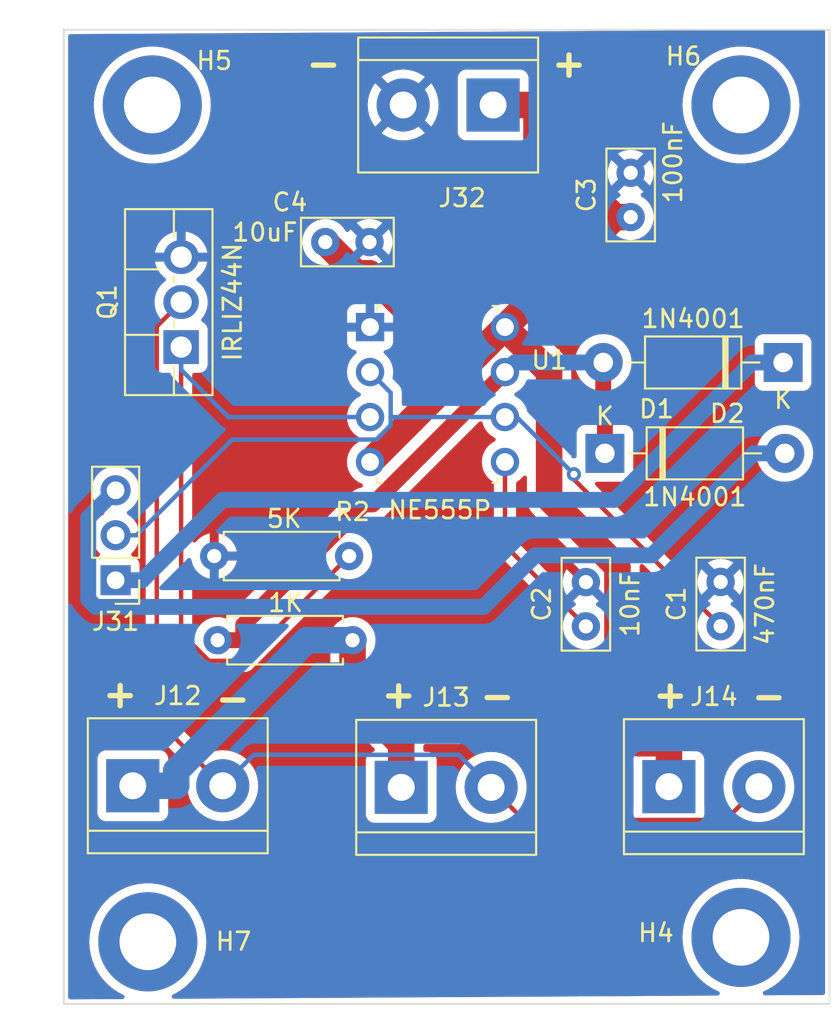
<source format=kicad_pcb>
(kicad_pcb (version 20240108) (generator "pcbnew") (generator_version "8.0")
  (layers (0 "F.Cu" signal) (31 "B.Cu" signal) (34 "B.Paste" user) (35 "F.Paste" user) (36 "B.SilkS" user "B.Silkscreen") (37 "F.SilkS" user "F.Silkscreen") (38 "B.Mask" user) (39 "F.Mask" user) (44 "Edge.Cuts" user))
  (net 0 "")
  (net 1 "Net-(J31-Pin_2)")
  (net 2 "GND")
  (net 3 "Net-(U1-CONT)")
  (net 4 "Net-(D1-K)")
  (net 5 "Net-(D1-A)")
  (net 6 "Net-(D2-A)")
  (net 7 "+9V")
  (net 8 "Net-(Q1-G)")
  (net 9 "Net-(J12-Pin_2)")
  (footprint "Resistor_THT:R_Axial_DIN0207_L6.3mm_D2.5mm_P7.62mm_Horizontal" (layer "F.Cu") (at 73.62 54.72 180)
    (property "Reference" "R2" (at -0.19 2.5 0) (layer "F.SilkS"))
    (property "Value" "5K" (at 3.67 2.11 0) (layer "F.SilkS"))
    (fp_line (start 7.08 1.37) (end 7.08 1.04) (stroke (width 0.12)) (layer "F.SilkS"))
    (fp_line (start 7.08 -1.37) (end 7.08 -1.04) (stroke (width 0.12)) (layer "F.SilkS"))
    (fp_line (start 0.54 1.37) (end 7.08 1.37) (stroke (width 0.12)) (layer "F.SilkS"))
    (fp_line (start 0.54 1.04) (end 0.54 1.37) (stroke (width 0.12)) (layer "F.SilkS"))
    (fp_line (start 0.54 -1.04) (end 0.54 -1.37) (stroke (width 0.12)) (layer "F.SilkS"))
    (fp_line (start 0.54 -1.37) (end 7.08 -1.37) (stroke (width 0.12)) (layer "F.SilkS"))
    (pad "1" thru_hole circle (at 0 0 180) (size 1.6 1.6) (drill 0.8) (layers "*.Cu" "*.Mask") (net 8 "Net-(Q1-G)"))
    (pad "2" thru_hole oval (at 7.62 0 180) (size 1.6 1.6) (drill 0.8) (layers "*.Cu" "*.Mask") (net 2 "GND"))
  )
  (footprint "MountingHole:MountingHole_3.2mm_M3_DIN965_Pad_TopBottom" (layer "F.Cu") (at 95.75 76.25)
    (property "Reference" "H4" (at -4.8 -0.25 0) (layer "F.SilkS"))
    (property "Value" "MountingHole")
    (pad "1" thru_hole circle (at 0 0) (size 3.6 3.6) (drill 3.2) (layers "*.Cu" "*.Mask"))
    (pad "1" connect circle (at 0 0) (size 5.6 5.6) (layers "F.Cu" "F.Mask"))
    (pad "1" connect circle (at 0 0) (size 5.6 5.6) (layers "B.Cu" "B.Mask"))
  )
  (footprint "Resistor_THT:R_Axial_DIN0207_L6.3mm_D2.5mm_P7.62mm_Horizontal" (layer "F.Cu") (at 73.81 59.47 180)
    (property "Reference" "R1" (hide yes))
    (property "Value" "1K" (at 3.78 2.11 180) (layer "F.SilkS"))
    (fp_line (start 7.08 1.37) (end 7.08 1.04) (stroke (width 0.12)) (layer "F.SilkS"))
    (fp_line (start 7.08 -1.37) (end 7.08 -1.04) (stroke (width 0.12)) (layer "F.SilkS"))
    (fp_line (start 0.54 1.37) (end 7.08 1.37) (stroke (width 0.12)) (layer "F.SilkS"))
    (fp_line (start 0.54 1.04) (end 0.54 1.37) (stroke (width 0.12)) (layer "F.SilkS"))
    (fp_line (start 0.54 -1.04) (end 0.54 -1.37) (stroke (width 0.12)) (layer "F.SilkS"))
    (fp_line (start 0.54 -1.37) (end 7.08 -1.37) (stroke (width 0.12)) (layer "F.SilkS"))
    (pad "1" thru_hole circle (at 0 0 180) (size 1.6 1.6) (drill 0.8) (layers "*.Cu" "*.Mask") (net 7 "+9V"))
    (pad "2" thru_hole oval (at 7.62 0 180) (size 1.6 1.6) (drill 0.8) (layers "*.Cu" "*.Mask") (net 5 "Net-(D1-A)"))
  )
  (footprint "Diode_THT:D_DO-41_SOD81_P10.16mm_Horizontal" (layer "F.Cu") (at 98.13 43.79 180)
    (property "Reference" "D1" (at 7.155 -2.63 0) (layer "F.SilkS"))
    (property "Value" "1N4001" (at 5.08 2.47 0) (layer "F.SilkS"))
    (fp_line (start 8.82 0) (end 7.8 0) (stroke (width 0.12)) (layer "F.SilkS"))
    (fp_line (start 7.8 1.47) (end 7.8 -1.47) (stroke (width 0.12)) (layer "F.SilkS"))
    (fp_line (start 7.8 -1.47) (end 2.36 -1.47) (stroke (width 0.12)) (layer "F.SilkS"))
    (fp_line (start 3.38 -1.47) (end 3.38 1.47) (stroke (width 0.12)) (layer "F.SilkS"))
    (fp_line (start 3.26 -1.47) (end 3.26 1.47) (stroke (width 0.12)) (layer "F.SilkS"))
    (fp_line (start 3.14 -1.47) (end 3.14 1.47) (stroke (width 0.12)) (layer "F.SilkS"))
    (fp_line (start 2.36 1.47) (end 7.8 1.47) (stroke (width 0.12)) (layer "F.SilkS"))
    (fp_line (start 2.36 -1.47) (end 2.36 1.47) (stroke (width 0.12)) (layer "F.SilkS"))
    (fp_line (start 1.34 0) (end 2.36 0) (stroke (width 0.12)) (layer "F.SilkS"))
    (fp_text user "K" (at 0 -2.1 0) (layer "F.SilkS"))
    (pad "1" thru_hole rect (at 0 0 180) (size 2.2 2.2) (drill 1.1) (layers "*.Cu" "*.Mask") (net 4 "Net-(D1-K)"))
    (pad "2" thru_hole oval (at 10.16 0 180) (size 2.2 2.2) (drill 1.1) (layers "*.Cu" "*.Mask") (net 5 "Net-(D1-A)"))
  )
  (footprint "TerminalBlock:TerminalBlock_bornier-2_P5.08mm" (layer "F.Cu") (at 81.75 29.25 180)
    (property "Reference" "J32" (at 1.75 -5.25 0) (layer "F.SilkS"))
    (property "Value" "Screw_Terminal_01x02")
    (fp_line (start 7.62 3.81) (end 7.62 -3.81) (stroke (width 0.12)) (layer "F.SilkS"))
    (fp_line (start 7.62 2.54) (end -2.54 2.54) (stroke (width 0.12)) (layer "F.SilkS"))
    (fp_line (start 7.62 -3.81) (end -2.54 -3.81) (stroke (width 0.12)) (layer "F.SilkS"))
    (fp_line (start -2.54 3.81) (end 7.62 3.81) (stroke (width 0.12)) (layer "F.SilkS"))
    (fp_line (start -2.54 -3.81) (end -2.54 3.81) (stroke (width 0.12)) (layer "F.SilkS"))
    (pad "1" thru_hole rect (at 0 0 180) (size 3 3) (drill 1.52) (layers "*.Cu" "*.Mask") (net 7 "+9V"))
    (pad "2" thru_hole circle (at 5.08 0 180) (size 3 3) (drill 1.52) (layers "*.Cu" "*.Mask") (net 2 "GND"))
  )
  (footprint "MountingHole:MountingHole_3.2mm_M3_DIN965_Pad_TopBottom" (layer "F.Cu") (at 62.5 29.25)
    (property "Reference" "H5" (at 3.5 -2.5 0) (layer "F.SilkS"))
    (property "Value" "MountingHole")
    (pad "1" thru_hole circle (at 0 0) (size 3.6 3.6) (drill 3.2) (layers "*.Cu" "*.Mask"))
    (pad "1" connect circle (at 0 0) (size 5.6 5.6) (layers "F.Cu" "F.Mask"))
    (pad "1" connect circle (at 0 0) (size 5.6 5.6) (layers "B.Cu" "B.Mask"))
  )
  (footprint "Connector_PinHeader_2.54mm:PinHeader_1x03_P2.54mm_Vertical" (layer "F.Cu") (at 60.43 56.085 180)
    (property "Reference" "J31" (at 0 -2.33 0) (layer "F.SilkS"))
    (property "Value" "Backlighting POT")
    (fp_line (start 1.33 1.27) (end 1.33 6.41) (stroke (width 0.12)) (layer "F.SilkS"))
    (fp_line (start -1.33 6.41) (end 1.33 6.41) (stroke (width 0.12)) (layer "F.SilkS"))
    (fp_line (start -1.33 1.27) (end 1.33 1.27) (stroke (width 0.12)) (layer "F.SilkS"))
    (fp_line (start -1.33 1.27) (end -1.33 6.41) (stroke (width 0.12)) (layer "F.SilkS"))
    (fp_line (start -1.33 0) (end -1.33 -1.33) (stroke (width 0.12)) (layer "F.SilkS"))
    (fp_line (start -1.33 -1.33) (end 0 -1.33) (stroke (width 0.12)) (layer "F.SilkS"))
    (pad "1" thru_hole rect (at 0 0 180) (size 1.7 1.7) (drill 1) (layers "*.Cu" "*.Mask") (net 4 "Net-(D1-K)"))
    (pad "2" thru_hole oval (at 0 2.54 180) (size 1.7 1.7) (drill 1) (layers "*.Cu" "*.Mask") (net 1 "Net-(J31-Pin_2)"))
    (pad "3" thru_hole oval (at 0 5.08 180) (size 1.7 1.7) (drill 1) (layers "*.Cu" "*.Mask") (net 6 "Net-(D2-A)"))
  )
  (footprint "Diode_THT:D_DO-41_SOD81_P10.16mm_Horizontal" (layer "F.Cu") (at 88.065 48.92)
    (property "Reference" "D2" (at 6.91 -2.25 0) (layer "F.SilkS"))
    (property "Value" "1N4001" (at 5.08 2.47 0) (layer "F.SilkS"))
    (fp_line (start 1.34 0) (end 2.36 0) (stroke (width 0.12)) (layer "F.SilkS"))
    (fp_line (start 2.36 -1.47) (end 2.36 1.47) (stroke (width 0.12)) (layer "F.SilkS"))
    (fp_line (start 2.36 1.47) (end 7.8 1.47) (stroke (width 0.12)) (layer "F.SilkS"))
    (fp_line (start 3.14 -1.47) (end 3.14 1.47) (stroke (width 0.12)) (layer "F.SilkS"))
    (fp_line (start 3.26 -1.47) (end 3.26 1.47) (stroke (width 0.12)) (layer "F.SilkS"))
    (fp_line (start 3.38 -1.47) (end 3.38 1.47) (stroke (width 0.12)) (layer "F.SilkS"))
    (fp_line (start 7.8 -1.47) (end 2.36 -1.47) (stroke (width 0.12)) (layer "F.SilkS"))
    (fp_line (start 7.8 1.47) (end 7.8 -1.47) (stroke (width 0.12)) (layer "F.SilkS"))
    (fp_line (start 8.82 0) (end 7.8 0) (stroke (width 0.12)) (layer "F.SilkS"))
    (fp_text user "K" (at 0 -2.1 0) (layer "F.SilkS"))
    (pad "1" thru_hole rect (at 0 0) (size 2.2 2.2) (drill 1.1) (layers "*.Cu" "*.Mask") (net 5 "Net-(D1-A)"))
    (pad "2" thru_hole oval (at 10.16 0) (size 2.2 2.2) (drill 1.1) (layers "*.Cu" "*.Mask") (net 6 "Net-(D2-A)"))
  )
  (footprint "Capacitor_THT:C_Disc_D5.0mm_W2.5mm_P2.50mm" (layer "F.Cu") (at 89.52 35.58 90)
    (property "Reference" "C3" (at 1.25 -2.5 90) (layer "F.SilkS"))
    (property "Value" "100nF" (at 3.1 2.39 90) (layer "F.SilkS"))
    (fp_line (start 3.87 -1.37) (end 3.87 1.37) (stroke (width 0.12)) (layer "F.SilkS"))
    (fp_line (start -1.37 -1.37) (end 3.87 -1.37) (stroke (width 0.12)) (layer "F.SilkS"))
    (fp_line (start -1.37 -1.37) (end -1.37 1.37) (stroke (width 0.12)) (layer "F.SilkS"))
    (fp_line (start -1.37 1.37) (end 3.87 1.37) (stroke (width 0.12)) (layer "F.SilkS"))
    (pad "1" thru_hole circle (at 0 0 90) (size 1.6 1.6) (drill 0.8) (layers "*.Cu" "*.Mask") (net 7 "+9V"))
    (pad "2" thru_hole circle (at 2.5 0 90) (size 1.6 1.6) (drill 0.8) (layers "*.Cu" "*.Mask") (net 2 "GND"))
  )
  (footprint "MountingHole:MountingHole_3.2mm_M3_DIN965_Pad_TopBottom" (layer "F.Cu") (at 95.75 29.25)
    (property "Reference" "H6" (at -3.25 -2.75 0) (layer "F.SilkS"))
    (property "Value" "MountingHole")
    (pad "1" thru_hole circle (at 0 0) (size 3.6 3.6) (drill 3.2) (layers "*.Cu" "*.Mask"))
    (pad "1" connect circle (at 0 0) (size 5.6 5.6) (layers "F.Cu" "F.Mask"))
    (pad "1" connect circle (at 0 0) (size 5.6 5.6) (layers "B.Cu" "B.Mask"))
  )
  (footprint "Capacitor_THT:C_Disc_D5.0mm_W2.5mm_P2.50mm" (layer "F.Cu") (at 72.27 36.99)
    (property "Reference" "C4" (at -2 -2.25 0) (layer "F.SilkS"))
    (property "Value" "10uF" (at -3.41 -0.55 0) (layer "F.SilkS"))
    (fp_line (start -1.37 -1.37) (end -1.37 1.37) (stroke (width 0.12)) (layer "F.SilkS"))
    (fp_line (start -1.37 -1.37) (end 3.87 -1.37) (stroke (width 0.12)) (layer "F.SilkS"))
    (fp_line (start -1.37 1.37) (end 3.87 1.37) (stroke (width 0.12)) (layer "F.SilkS"))
    (fp_line (start 3.87 -1.37) (end 3.87 1.37) (stroke (width 0.12)) (layer "F.SilkS"))
    (pad "1" thru_hole circle (at 0 0) (size 1.6 1.6) (drill 0.8) (layers "*.Cu" "*.Mask") (net 7 "+9V"))
    (pad "2" thru_hole circle (at 2.5 0) (size 1.6 1.6) (drill 0.8) (layers "*.Cu" "*.Mask") (net 2 "GND"))
  )
  (footprint "TerminalBlock:TerminalBlock_bornier-2_P5.08mm" (layer "F.Cu") (at 76.56 67.78)
    (property "Reference" "J13" (at 2.54 -5.08 0) (layer "F.SilkS"))
    (property "Value" "BOARD_CONN")
    (fp_line (start -2.54 -3.81) (end -2.54 3.81) (stroke (width 0.12)) (layer "F.SilkS"))
    (fp_line (start -2.54 3.81) (end 7.62 3.81) (stroke (width 0.12)) (layer "F.SilkS"))
    (fp_line (start 7.62 -3.81) (end -2.54 -3.81) (stroke (width 0.12)) (layer "F.SilkS"))
    (fp_line (start 7.62 2.54) (end -2.54 2.54) (stroke (width 0.12)) (layer "F.SilkS"))
    (fp_line (start 7.62 3.81) (end 7.62 -3.81) (stroke (width 0.12)) (layer "F.SilkS"))
    (pad "1" thru_hole rect (at 0 0) (size 3 3) (drill 1.52) (layers "*.Cu" "*.Mask") (net 7 "+9V"))
    (pad "2" thru_hole circle (at 5.08 0) (size 3 3) (drill 1.52) (layers "*.Cu" "*.Mask") (net 9 "Net-(J12-Pin_2)"))
  )
  (footprint "Capacitor_THT:C_Disc_D5.0mm_W2.5mm_P2.50mm" (layer "F.Cu") (at 94.6 58.68 90)
    (property "Reference" "C1" (at 1.25 -2.5 90) (layer "F.SilkS"))
    (property "Value" "470nF" (at 1.25 2.5 90) (layer "F.SilkS"))
    (fp_line (start 3.87 -1.37) (end 3.87 1.37) (stroke (width 0.12)) (layer "F.SilkS"))
    (fp_line (start -1.37 -1.37) (end 3.87 -1.37) (stroke (width 0.12)) (layer "F.SilkS"))
    (fp_line (start -1.37 -1.37) (end -1.37 1.37) (stroke (width 0.12)) (layer "F.SilkS"))
    (fp_line (start -1.37 1.37) (end 3.87 1.37) (stroke (width 0.12)) (layer "F.SilkS"))
    (pad "1" thru_hole circle (at 0 0 90) (size 1.6 1.6) (drill 0.8) (layers "*.Cu" "*.Mask") (net 1 "Net-(J31-Pin_2)"))
    (pad "2" thru_hole circle (at 2.5 0 90) (size 1.6 1.6) (drill 0.8) (layers "*.Cu" "*.Mask") (net 2 "GND"))
  )
  (footprint "Package_TO_SOT_THT:TO-220F-3_Vertical" (layer "F.Cu") (at 64.13 42.92 90)
    (property "Reference" "Q1" (at 2.54 -4.1675 90) (layer "F.SilkS"))
    (property "Value" "IRLIZ44N" (at 2.54 2.9025 90) (layer "F.SilkS"))
    (fp_line (start 7.79 -3.168) (end 7.79 1.773) (stroke (width 0.12)) (layer "F.SilkS"))
    (fp_line (start 4.391 -3.168) (end 4.391 -1.15) (stroke (width 0.12)) (layer "F.SilkS"))
    (fp_line (start 0.69 -3.168) (end 0.69 -1.15) (stroke (width 0.12)) (layer "F.SilkS"))
    (fp_line (start -2.71 -3.168) (end 7.79 -3.168) (stroke (width 0.12)) (layer "F.SilkS"))
    (fp_line (start -2.71 -3.168) (end -2.71 1.773) (stroke (width 0.12)) (layer "F.SilkS"))
    (fp_line (start 6.183 -0.408) (end 7.79 -0.408) (stroke (width 0.12)) (layer "F.SilkS"))
    (fp_line (start 3.643 -0.408) (end 3.978 -0.408) (stroke (width 0.12)) (layer "F.SilkS"))
    (fp_line (start 1.103 -0.408) (end 1.438 -0.408) (stroke (width 0.12)) (layer "F.SilkS"))
    (fp_line (start -2.71 -0.408) (end -1.103 -0.408) (stroke (width 0.12)) (layer "F.SilkS"))
    (fp_line (start -2.71 1.773) (end 7.79 1.773) (stroke (width 0.12)) (layer "F.SilkS"))
    (pad "1" thru_hole rect (at 0 0 90) (size 1.905 2) (drill 1.2) (layers "*.Cu" "*.Mask") (net 8 "Net-(Q1-G)"))
    (pad "2" thru_hole oval (at 2.54 0 90) (size 1.905 2) (drill 1.2) (layers "*.Cu" "*.Mask") (net 9 "Net-(J12-Pin_2)"))
    (pad "3" thru_hole oval (at 5.08 0 90) (size 1.905 2) (drill 1.2) (layers "*.Cu" "*.Mask") (net 2 "GND"))
  )
  (footprint "MountingHole:MountingHole_3.2mm_M3_DIN965_Pad_TopBottom" (layer "F.Cu") (at 62.25 76.5)
    (property "Reference" "H7" (at 4.84 -0.02 0) (layer "F.SilkS"))
    (property "Value" "MountingHole")
    (pad "1" thru_hole circle (at 0 0) (size 3.6 3.6) (drill 3.2) (layers "*.Cu" "*.Mask"))
    (pad "1" connect circle (at 0 0) (size 5.6 5.6) (layers "F.Cu" "F.Mask"))
    (pad "1" connect circle (at 0 0) (size 5.6 5.6) (layers "B.Cu" "B.Mask"))
  )
  (footprint "TerminalBlock:TerminalBlock_bornier-2_P5.08mm" (layer "F.Cu") (at 91.68 67.74)
    (property "Reference" "J14" (at 2.54 -5.08 0) (layer "F.SilkS"))
    (property "Value" "BOARD_CONN")
    (fp_line (start -2.54 -3.81) (end -2.54 3.81) (stroke (width 0.12)) (layer "F.SilkS"))
    (fp_line (start -2.54 3.81) (end 7.62 3.81) (stroke (width 0.12)) (layer "F.SilkS"))
    (fp_line (start 7.62 -3.81) (end -2.54 -3.81) (stroke (width 0.12)) (layer "F.SilkS"))
    (fp_line (start 7.62 2.54) (end -2.54 2.54) (stroke (width 0.12)) (layer "F.SilkS"))
    (fp_line (start 7.62 3.81) (end 7.62 -3.81) (stroke (width 0.12)) (layer "F.SilkS"))
    (pad "1" thru_hole rect (at 0 0) (size 3 3) (drill 1.52) (layers "*.Cu" "*.Mask") (net 7 "+9V"))
    (pad "2" thru_hole circle (at 5.08 0) (size 3 3) (drill 1.52) (layers "*.Cu" "*.Mask") (net 9 "Net-(J12-Pin_2)"))
  )
  (footprint "Capacitor_THT:C_Disc_D5.0mm_W2.5mm_P2.50mm" (layer "F.Cu") (at 86.99 58.69 90)
    (property "Reference" "C2" (at 1.25 -2.5 90) (layer "F.SilkS"))
    (property "Value" "10nF" (at 1.25 2.5 90) (layer "F.SilkS"))
    (fp_line (start 3.87 -1.37) (end 3.87 1.37) (stroke (width 0.12)) (layer "F.SilkS"))
    (fp_line (start -1.37 -1.37) (end 3.87 -1.37) (stroke (width 0.12)) (layer "F.SilkS"))
    (fp_line (start -1.37 -1.37) (end -1.37 1.37) (stroke (width 0.12)) (layer "F.SilkS"))
    (fp_line (start -1.37 1.37) (end 3.87 1.37) (stroke (width 0.12)) (layer "F.SilkS"))
    (pad "1" thru_hole circle (at 0 0 90) (size 1.6 1.6) (drill 0.8) (layers "*.Cu" "*.Mask") (net 3 "Net-(U1-CONT)"))
    (pad "2" thru_hole circle (at 2.5 0 90) (size 1.6 1.6) (drill 0.8) (layers "*.Cu" "*.Mask") (net 2 "GND"))
  )
  (footprint "digikey-footprints:DIP-8_W7.62mm" (layer "F.Cu") (at 74.8 41.79)
    (property "Reference" "U1" (at 10.12 1.87 0) (layer "F.SilkS"))
    (property "Value" "NE555P" (at 3.94 10.33 0) (layer "F.SilkS"))
    (fp_line (start 0.4 -1.2) (end 0.7 -1.2) (stroke (width 0.1)) (layer "F.SilkS"))
    (fp_line (start 0.4 -0.9) (end 0.4 -1.2) (stroke (width 0.1)) (layer "F.SilkS"))
    (fp_line (start 0.4 8.5) (end 0.4 8.8) (stroke (width 0.1)) (layer "F.SilkS"))
    (fp_line (start 0.4 8.8) (end 0.7 8.8) (stroke (width 0.1)) (layer "F.SilkS"))
    (fp_line (start 7.2 -1.2) (end 6.9 -1.2) (stroke (width 0.1)) (layer "F.SilkS"))
    (fp_line (start 7.2 -0.9) (end 7.2 -1.2) (stroke (width 0.1)) (layer "F.SilkS"))
    (fp_line (start 7.2 8.5) (end 7.2 8.8) (stroke (width 0.1)) (layer "F.SilkS"))
    (fp_line (start 7.2 8.8) (end 6.9 8.8) (stroke (width 0.1)) (layer "F.SilkS"))
    (pad "1" thru_hole rect (at 0 0) (size 1.6 1.6) (drill 1) (layers "*.Cu" "*.Mask") (net 2 "GND"))
    (pad "2" thru_hole circle (at 0 2.54) (size 1.6 1.6) (drill 1) (layers "*.Cu" "*.Mask") (net 1 "Net-(J31-Pin_2)"))
    (pad "3" thru_hole circle (at 0 5.08) (size 1.6 1.6) (drill 1) (layers "*.Cu" "*.Mask") (net 8 "Net-(Q1-G)"))
    (pad "4" thru_hole circle (at 0 7.62) (size 1.6 1.6) (drill 1) (layers "*.Cu" "*.Mask") (net 7 "+9V"))
    (pad "5" thru_hole circle (at 7.62 7.62) (size 1.6 1.6) (drill 1) (layers "*.Cu" "*.Mask") (net 3 "Net-(U1-CONT)"))
    (pad "6" thru_hole circle (at 7.62 5.08) (size 1.6 1.6) (drill 1) (layers "*.Cu" "*.Mask") (net 1 "Net-(J31-Pin_2)"))
    (pad "7" thru_hole circle (at 7.62 2.54) (size 1.6 1.6) (drill 1) (layers "*.Cu" "*.Mask") (net 5 "Net-(D1-A)"))
    (pad "8" thru_hole circle (at 7.62 0) (size 1.6 1.6) (drill 1) (layers "*.Cu" "*.Mask") (net 7 "+9V"))
  )
  (footprint "TerminalBlock:TerminalBlock_bornier-2_P5.08mm" (layer "F.Cu") (at 61.4 67.69)
    (property "Reference" "J12" (at 2.54 -5.08 0) (layer "F.SilkS"))
    (property "Value" "BOARD_CONN")
    (fp_line (start -2.54 -3.81) (end -2.54 3.81) (stroke (width 0.12)) (layer "F.SilkS"))
    (fp_line (start -2.54 3.81) (end 7.62 3.81) (stroke (width 0.12)) (layer "F.SilkS"))
    (fp_line (start 7.62 -3.81) (end -2.54 -3.81) (stroke (width 0.12)) (layer "F.SilkS"))
    (fp_line (start 7.62 2.54) (end -2.54 2.54) (stroke (width 0.12)) (layer "F.SilkS"))
    (fp_line (start 7.62 3.81) (end 7.62 -3.81) (stroke (width 0.12)) (layer "F.SilkS"))
    (pad "1" thru_hole rect (at 0 0) (size 3 3) (drill 1.52) (layers "*.Cu" "*.Mask") (net 7 "+9V"))
    (pad "2" thru_hole circle (at 5.08 0) (size 3 3) (drill 1.52) (layers "*.Cu" "*.Mask") (net 9 "Net-(J12-Pin_2)"))
  )
  (gr_rect (start 57.5 25) (end 100.75 80) (stroke (width 0.1)) (fill none) (layer "Edge.Cuts"))
  (gr_text "+" (at 84.91 27.77 0) (layer "F.SilkS") (effects (font (size 1.5 1.5) (thickness 0.3) (bold yes)) (justify left bottom)))
  (gr_text "-" (at 71.04 27.77 0) (layer "F.SilkS") (effects (font (size 1.5 1.5) (thickness 0.3) (bold yes)) (justify left bottom)))
  (gr_text "-" (at 65.92 63.62 0) (layer "F.SilkS") (effects (font (size 1.5 1.5) (thickness 0.3) (bold yes)) (justify left bottom)))
  (gr_text "+" (at 75.29 63.39 0) (layer "F.SilkS") (effects (font (size 1.5 1.5) (thickness 0.3) (bold yes)) (justify left bottom)))
  (gr_text "-" (at 80.86 63.48 0) (layer "F.SilkS") (effects (font (size 1.5 1.5) (thickness 0.3) (bold yes)) (justify left bottom)))
  (gr_text "+" (at 59.56 63.37 0) (layer "F.SilkS") (effects (font (size 1.5 1.5) (thickness 0.3) (bold yes)) (justify left bottom)))
  (gr_text "-" (at 96.2 63.49 0) (layer "F.SilkS") (effects (font (size 1.5 1.5) (thickness 0.3) (bold yes)) (justify left bottom)))
  (gr_text "+" (at 90.63 63.4 0) (layer "F.SilkS") (effects (font (size 1.5 1.5) (thickness 0.3) (bold yes)) (justify left bottom)))
  (segment (start 86.3138 50.3938) (end 94.6 58.68) (width 0.25) (layer "F.Cu") (net 1))
  (segment (start 86.3138 50.1016) (end 86.3138 50.3938) (width 0.25) (layer "F.Cu") (net 1))
  (via (at 86.3138 50.1016) (size 0.8) (drill 0.4) (layers "F.Cu" "B.Cu") (net 1))
  (segment (start 60.43 53.545) (end 61.6067 53.545) (width 0.25) (layer "B.Cu") (net 1))
  (segment (start 67.0117 48.14) (end 61.6067 53.545) (width 0.25) (layer "B.Cu") (net 1))
  (segment (start 82.42 46.87) (end 83.0822 46.87) (width 0.25) (layer "B.Cu") (net 1))
  (segment (start 75.9649 46.87) (end 75.9649 47.3334) (width 0.25) (layer "B.Cu") (net 1))
  (segment (start 75.9649 47.3334) (end 75.1583 48.14) (width 0.25) (layer "B.Cu") (net 1))
  (segment (start 83.0822 46.87) (end 86.3138 50.1016) (width 0.25) (layer "B.Cu") (net 1))
  (segment (start 75.9649 45.4949) (end 75.9649 46.87) (width 0.25) (layer "B.Cu") (net 1))
  (segment (start 75.1583 48.14) (end 67.0117 48.14) (width 0.25) (layer "B.Cu") (net 1))
  (segment (start 74.8 44.33) (end 75.9649 45.4949) (width 0.25) (layer "B.Cu") (net 1))
  (segment (start 75.9649 46.87) (end 82.42 46.87) (width 0.25) (layer "B.Cu") (net 1))
  (segment (start 82.42 49.41) (end 82.42 54.12) (width 0.25) (layer "F.Cu") (net 3))
  (segment (start 82.42 54.12) (end 86.99 58.69) (width 0.25) (layer "F.Cu") (net 3))
  (segment (start 88.6215 51.5468) (end 66.4699 51.5468) (width 0.9) (layer "B.Cu") (net 4))
  (segment (start 60.43 56.085) (end 61.9317 56.085) (width 0.9) (layer "B.Cu") (net 4))
  (segment (start 66.4699 51.5468) (end 61.9317 56.085) (width 0.9) (layer "B.Cu") (net 4))
  (segment (start 96.3783 43.79) (end 88.6215 51.5468) (width 0.9) (layer "B.Cu") (net 4))
  (segment (start 98.13 43.79) (end 96.3783 43.79) (width 0.9) (layer "B.Cu") (net 4))
  (segment (start 87.97 45.5417) (end 88.065 45.6367) (width 0.9) (layer "F.Cu") (net 5))
  (segment (start 67.6417 58.608) (end 67.6417 59.47) (width 0.9) (layer "F.Cu") (net 5))
  (segment (start 88.065 45.6367) (end 88.065 48.92) (width 0.9) (layer "F.Cu") (net 5))
  (segment (start 87.97 43.79) (end 87.97 45.5417) (width 0.9) (layer "F.Cu") (net 5))
  (segment (start 74.4483 51.8014) (end 67.6417 58.608) (width 0.9) (layer "F.Cu") (net 5))
  (segment (start 82.42 44.33) (end 74.9486 51.8014) (width 0.9) (layer "F.Cu") (net 5))
  (segment (start 66.19 59.47) (end 67.6417 59.47) (width 0.9) (layer "F.Cu") (net 5))
  (segment (start 74.9486 51.8014) (end 74.4483 51.8014) (width 0.9) (layer "F.Cu") (net 5))
  (segment (start 87.97 43.79) (end 82.96 43.79) (width 0.9) (layer "B.Cu") (net 5))
  (segment (start 82.96 43.79) (end 82.42 44.33) (width 0.9) (layer "B.Cu") (net 5))
  (segment (start 59.312 57.5916) (end 58.8852 57.1648) (width 0.9) (layer "B.Cu") (net 6))
  (segment (start 84.127 54.6772) (end 81.2126 57.5916) (width 0.9) (layer "B.Cu") (net 6))
  (segment (start 96.4733 48.92) (end 90.7161 54.6772) (width 0.9) (layer "B.Cu") (net 6))
  (segment (start 81.2126 57.5916) (end 59.312 57.5916) (width 0.9) (layer "B.Cu") (net 6))
  (segment (start 98.225 48.92) (end 96.4733 48.92) (width 0.9) (layer "B.Cu") (net 6))
  (segment (start 58.8852 57.1648) (end 58.8852 52.5498) (width 0.9) (layer "B.Cu") (net 6))
  (segment (start 58.8852 52.5498) (end 60.43 51.005) (width 0.9) (layer "B.Cu") (net 6))
  (segment (start 90.7161 54.6772) (end 84.127 54.6772) (width 0.9) (layer "B.Cu") (net 6))
  (segment (start 88.7721 64.0773) (end 75.3091 64.0773) (width 1.5) (layer "F.Cu") (net 7))
  (segment (start 75.3091 64.0773) (end 76.56 65.3282) (width 1.5) (layer "F.Cu") (net 7))
  (segment (start 80.4149 43.793) (end 80.1156 44.0923) (width 1.5) (layer "F.Cu") (net 7))
  (segment (start 74.7769 38.7537) (end 80.1156 44.0923) (width 1.5) (layer "F.Cu") (net 7))
  (segment (start 76.56 67.78) (end 76.56 65.3283) (width 1.5) (layer "F.Cu") (net 7))
  (segment (start 80.417 43.793) (end 80.4149 43.793) (width 1.5) (layer "F.Cu") (net 7))
  (segment (start 82.42 41.8225) (end 82.42 41.79) (width 1.5) (layer "F.Cu") (net 7))
  (segment (start 88.63 35.58) (end 84.2017 31.1517) (width 1.5) (layer "F.Cu") (net 7))
  (segment (start 88.63 35.58) (end 89.52 35.58) (width 1.5) (layer "F.Cu") (net 7))
  (segment (start 77.2084 46.9995) (end 77.2084 47.0016) (width 1.5) (layer "F.Cu") (net 7))
  (segment (start 73.81 62.5782) (end 73.81 59.47) (width 1.5) (layer "F.Cu") (net 7))
  (segment (start 88.7721 55.325) (end 84.9125 51.4654) (width 1.5) (layer "F.Cu") (net 7))
  (segment (start 91.68 67.74) (end 91.68 65.2883) (width 1.5) (layer "F.Cu") (net 7))
  (segment (start 81.75 29.25) (end 84.2017 29.25) (width 1.5) (layer "F.Cu") (net 7))
  (segment (start 84.9125 51.4654) (end 84.9125 44.315) (width 1.5) (layer "F.Cu") (net 7))
  (segment (start 72.27 36.99) (end 74.0337 38.7537) (width 1.5) (layer "F.Cu") (net 7))
  (segment (start 74.0337 38.7537) (end 74.7769 38.7537) (width 1.5) (layer "F.Cu") (net 7))
  (segment (start 88.7721 64.0773) (end 88.7721 55.325) (width 1.5) (layer "F.Cu") (net 7))
  (segment (start 84.9125 44.315) (end 82.42 41.8225) (width 1.5) (layer "F.Cu") (net 7))
  (segment (start 82.42 41.8225) (end 82.3875 41.8225) (width 1.5) (layer "F.Cu") (net 7))
  (segment (start 89.9831 65.2883) (end 88.7721 64.0773) (width 1.5) (layer "F.Cu") (net 7))
  (segment (start 82.3875 41.8225) (end 80.417 43.793) (width 1.5) (layer "F.Cu") (net 7))
  (segment (start 75.3091 64.0773) (end 73.81 62.5782) (width 1.5) (layer "F.Cu") (net 7))
  (segment (start 77.2084 47.0016) (end 74.8 49.41) (width 1.5) (layer "F.Cu") (net 7))
  (segment (start 76.56 65.3282) (end 76.56 65.3283) (width 1.5) (layer "F.Cu") (net 7))
  (segment (start 82.42 41.79) (end 88.63 35.58) (width 1.5) (layer "F.Cu") (net 7))
  (segment (start 84.2017 31.1517) (end 84.2017 29.25) (width 1.5) (layer "F.Cu") (net 7))
  (segment (start 91.68 65.2883) (end 89.9831 65.2883) (width 1.5) (layer "F.Cu") (net 7))
  (segment (start 80.1156 44.0923) (end 77.2084 46.9995) (width 1.5) (layer "F.Cu") (net 7))
  (segment (start 71.2289 59.47) (end 73.81 59.47) (width 1.5) (layer "B.Cu") (net 7))
  (segment (start 61.4 67.69) (end 63.8517 67.69) (width 1.5) (layer "B.Cu") (net 7))
  (segment (start 63.8517 67.69) (end 63.8517 66.8472) (width 1.5) (layer "B.Cu") (net 7))
  (segment (start 63.8517 66.8472) (end 71.2289 59.47) (width 1.5) (layer "B.Cu") (net 7))
  (segment (start 64.13 42.92) (end 64.13 59.063) (width 0.25) (layer "F.Cu") (net 8))
  (segment (start 67.7052 60.6348) (end 73.62 54.72) (width 0.25) (layer "F.Cu") (net 8))
  (segment (start 64.13 59.063) (end 65.7018 60.6348) (width 0.25) (layer "F.Cu") (net 8))
  (segment (start 65.7018 60.6348) (end 67.7052 60.6348) (width 0.25) (layer "F.Cu") (net 8))
  (segment (start 64.13 42.92) (end 64.13 44.1992) (width 0.25) (layer "B.Cu") (net 8))
  (segment (start 66.8008 46.87) (end 64.13 44.1992) (width 0.25) (layer "B.Cu") (net 8))
  (segment (start 74.8 46.87) (end 66.8008 46.87) (width 0.25) (layer "B.Cu") (net 8))
  (segment (start 83.4807 69.6207) (end 94.8793 69.6207) (width 0.25) (layer "F.Cu") (net 9))
  (segment (start 81.64 67.78) (end 83.4807 69.6207) (width 0.25) (layer "F.Cu") (net 9))
  (segment (start 62.7548 41.7552) (end 62.7548 63.9648) (width 0.25) (layer "F.Cu") (net 9))
  (segment (start 64.13 40.38) (end 62.7548 41.7552) (width 0.25) (layer "F.Cu") (net 9))
  (segment (start 94.8793 69.6207) (end 96.76 67.74) (width 0.25) (layer "F.Cu") (net 9))
  (segment (start 62.7548 63.9648) (end 66.48 67.69) (width 0.25) (layer "F.Cu") (net 9))
  (segment (start 79.8015 65.9415) (end 81.64 67.78) (width 0.25) (layer "B.Cu") (net 9))
  (segment (start 66.48 67.69) (end 68.2285 65.9415) (width 0.25) (layer "B.Cu") (net 9))
  (segment (start 68.2285 65.9415) (end 79.8015 65.9415) (width 0.25) (layer "B.Cu") (net 9))
  (zone (net 2) (net_name "GND") (layers "F&B.Cu") (priority 1) (connect_pads (clearance 0.5)) (min_thickness 0.25) (fill yes (thermal_gap 0.5) (thermal_bridge_width 0.5))
    (polygon (pts (xy 57.75 25.25) (xy 100.5 25) (xy 100.5 79.5) (xy 57.75 79.75)))
  )
)
</source>
